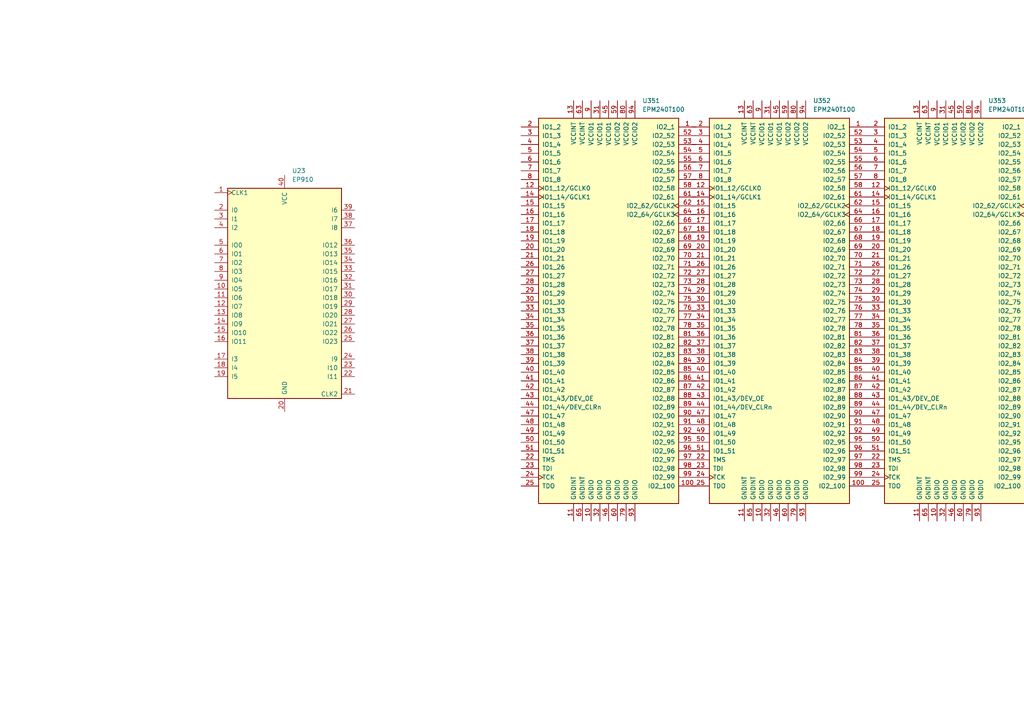
<source format=kicad_sch>
(kicad_sch (version 20250114) (generator "eeschema") (generator_version "9.0")
  (paper "A4")
  (lib_symbols
    (symbol "CPLD_Altera:EP910" (pin_names (offset 1.016))
      (property "Reference" "U" (at -2.54 32.385 0))
      (property "Value" "EP910" (at -2.54 30.48 0))
      (symbol "EP910_0_1"
        (rectangle (start -16.51 -31.75) (end 16.51 29.21) (stroke (width 0.254)) (fill (type background)))
      )
      (symbol "EP910_1_1"
        (pin input clock (at -20.32 27.94 0) (length 3.81) (name "CLK1") (number "1"))
        (pin input line (at -20.32 22.86 0) (length 3.81) (name "I0") (number "2"))
        (pin input line (at -20.32 20.32 0) (length 3.81) (name "I1") (number "3"))
        (pin input line (at -20.32 17.78 0) (length 3.81) (name "I2") (number "4"))
        (pin input line (at -20.32 12.7 0) (length 3.81) (name "IO0") (number "5"))
        (pin input line (at -20.32 10.16 0) (length 3.81) (name "IO1") (number "6"))
        (pin input line (at -20.32 7.62 0) (length 3.81) (name "IO2") (number "7"))
        (pin input line (at -20.32 5.08 0) (length 3.81) (name "IO3") (number "8"))
        (pin input line (at -20.32 2.54 0) (length 3.81) (name "IO4") (number "9"))
        (pin input line (at -20.32 0 0) (length 3.81) (name "IO5") (number "10"))
        (pin input line (at -20.32 -2.54 0) (length 3.81) (name "IO6") (number "11"))
        (pin input line (at -20.32 -5.08 0) (length 3.81) (name "IO7") (number "12"))
        (pin input line (at -20.32 -7.62 0) (length 3.81) (name "IO8") (number "13"))
        (pin input line (at -20.32 -10.16 0) (length 3.81) (name "IO9") (number "14"))
        (pin input line (at -20.32 -12.7 0) (length 3.81) (name "IO10") (number "15"))
        (pin input line (at -20.32 -15.24 0) (length 3.81) (name "IO11") (number "16"))
        (pin input line (at -20.32 -20.32 0) (length 3.81) (name "I3") (number "17"))
        (pin input line (at -20.32 -22.86 0) (length 3.81) (name "I4") (number "18"))
        (pin input line (at -20.32 -25.4 0) (length 3.81) (name "I5") (number "19"))
        (pin power_in line (at 0 33.02 270) (length 3.81) (name "VCC") (number "40"))
        (pin power_in line (at 0 -35.56 90) (length 3.81) (name "GND") (number "20"))
        (pin input line (at 20.32 22.86 180) (length 3.81) (name "I6") (number "39"))
        (pin input line (at 20.32 20.32 180) (length 3.81) (name "I7") (number "38"))
        (pin input line (at 20.32 17.78 180) (length 3.81) (name "I8") (number "37"))
        (pin input line (at 20.32 12.7 180) (length 3.81) (name "IO12") (number "36"))
        (pin input line (at 20.32 10.16 180) (length 3.81) (name "IO13") (number "35"))
        (pin input line (at 20.32 7.62 180) (length 3.81) (name "IO14") (number "34"))
        (pin input line (at 20.32 5.08 180) (length 3.81) (name "IO15") (number "33"))
        (pin input line (at 20.32 2.54 180) (length 3.81) (name "IO16") (number "32"))
        (pin input line (at 20.32 0 180) (length 3.81) (name "IO17") (number "31"))
        (pin input line (at 20.32 -2.54 180) (length 3.81) (name "IO18") (number "30"))
        (pin input line (at 20.32 -5.08 180) (length 3.81) (name "IO19") (number "29"))
        (pin input line (at 20.32 -7.62 180) (length 3.81) (name "IO20") (number "28"))
        (pin input line (at 20.32 -10.16 180) (length 3.81) (name "IO21") (number "27"))
        (pin input line (at 20.32 -12.7 180) (length 3.81) (name "IO22") (number "26"))
        (pin input line (at 20.32 -15.24 180) (length 3.81) (name "IO23") (number "25"))
        (pin input line (at 20.32 -20.32 180) (length 3.81) (name "I9") (number "24"))
        (pin input line (at 20.32 -22.86 180) (length 3.81) (name "I10") (number "23"))
        (pin input line (at 20.32 -25.4 180) (length 3.81) (name "I11") (number "22"))
        (pin input line (at 20.32 -30.48 180) (length 3.81) (name "CLK2") (number "21"))
      )
    )
    (symbol "CPLD_Altera:EPM240T100" (pin_names (offset 1.016))
      (property "Reference" "U" (at 10.16 57.15 0))
      (property "Value" "EPM240T100" (at 10.16 -57.15 0))
      (symbol "EPM240T100_1_1"
        (rectangle (start -20.32 55.88) (end 20.32 -55.88) (stroke (width 0.254)) (fill (type background)))
        (pin bidirectional line (at -25.4 53.34 0) (length 5.08) (name "IO1_2") (number "2"))
        (pin bidirectional line (at -25.4 50.8 0) (length 5.08) (name "IO1_3") (number "3"))
        (pin bidirectional line (at -25.4 48.26 0) (length 5.08) (name "IO1_4") (number "4"))
        (pin bidirectional line (at -25.4 45.72 0) (length 5.08) (name "IO1_5") (number "5"))
        (pin bidirectional line (at -25.4 43.18 0) (length 5.08) (name "IO1_6") (number "6"))
        (pin bidirectional line (at -25.4 40.64 0) (length 5.08) (name "IO1_7") (number "7"))
        (pin bidirectional line (at -25.4 38.1 0) (length 5.08) (name "IO1_8") (number "8"))
        (pin bidirectional clock (at -25.4 35.56 0) (length 5.08) (name "IO1_12/GCLK0") (number "12"))
        (pin bidirectional clock (at -25.4 33.02 0) (length 5.08) (name "IO1_14/GCLK1") (number "14"))
        (pin bidirectional line (at -25.4 30.48 0) (length 5.08) (name "IO1_15") (number "15"))
        (pin bidirectional line (at -25.4 27.94 0) (length 5.08) (name "IO1_16") (number "16"))
        (pin bidirectional line (at -25.4 25.4 0) (length 5.08) (name "IO1_17") (number "17"))
        (pin bidirectional line (at -25.4 22.86 0) (length 5.08) (name "IO1_18") (number "18"))
        (pin bidirectional line (at -25.4 20.32 0) (length 5.08) (name "IO1_19") (number "19"))
        (pin bidirectional line (at -25.4 17.78 0) (length 5.08) (name "IO1_20") (number "20"))
        (pin bidirectional line (at -25.4 15.24 0) (length 5.08) (name "IO1_21") (number "21"))
        (pin bidirectional line (at -25.4 12.7 0) (length 5.08) (name "IO1_26") (number "26"))
        (pin bidirectional line (at -25.4 10.16 0) (length 5.08) (name "IO1_27") (number "27"))
        (pin bidirectional line (at -25.4 7.62 0) (length 5.08) (name "IO1_28") (number "28"))
        (pin bidirectional line (at -25.4 5.08 0) (length 5.08) (name "IO1_29") (number "29"))
        (pin bidirectional line (at -25.4 2.54 0) (length 5.08) (name "IO1_30") (number "30"))
        (pin bidirectional line (at -25.4 0 0) (length 5.08) (name "IO1_33") (number "33"))
        (pin bidirectional line (at -25.4 -2.54 0) (length 5.08) (name "IO1_34") (number "34"))
        (pin bidirectional line (at -25.4 -5.08 0) (length 5.08) (name "IO1_35") (number "35"))
        (pin bidirectional line (at -25.4 -7.62 0) (length 5.08) (name "IO1_36") (number "36"))
        (pin bidirectional line (at -25.4 -10.16 0) (length 5.08) (name "IO1_37") (number "37"))
        (pin bidirectional line (at -25.4 -12.7 0) (length 5.08) (name "IO1_38") (number "38"))
        (pin bidirectional line (at -25.4 -15.24 0) (length 5.08) (name "IO1_39") (number "39"))
        (pin bidirectional line (at -25.4 -17.78 0) (length 5.08) (name "IO1_40") (number "40"))
        (pin bidirectional line (at -25.4 -20.32 0) (length 5.08) (name "IO1_41") (number "41"))
        (pin bidirectional line (at -25.4 -22.86 0) (length 5.08) (name "IO1_42") (number "42"))
        (pin bidirectional line (at -25.4 -25.4 0) (length 5.08) (name "IO1_43/DEV_OE") (number "43"))
        (pin bidirectional line (at -25.4 -27.94 0) (length 5.08) (name "IO1_44/DEV_CLRn") (number "44"))
        (pin bidirectional line (at -25.4 -30.48 0) (length 5.08) (name "IO1_47") (number "47"))
        (pin bidirectional line (at -25.4 -33.02 0) (length 5.08) (name "IO1_48") (number "48"))
        (pin bidirectional line (at -25.4 -35.56 0) (length 5.08) (name "IO1_49") (number "49"))
        (pin bidirectional line (at -25.4 -38.1 0) (length 5.08) (name "IO1_50") (number "50"))
        (pin bidirectional line (at -25.4 -40.64 0) (length 5.08) (name "IO1_51") (number "51"))
        (pin input line (at -25.4 -43.18 0) (length 5.08) (name "TMS") (number "22"))
        (pin input line (at -25.4 -45.72 0) (length 5.08) (name "TDI") (number "23"))
        (pin input clock (at -25.4 -48.26 0) (length 5.08) (name "TCK") (number "24"))
        (pin output line (at -25.4 -50.8 0) (length 5.08) (name "TDO") (number "25"))
        (pin power_in line (at -10.16 60.96 270) (length 5.08) (name "VCCINT") (number "13"))
        (pin power_in line (at -10.16 -60.96 90) (length 5.08) (name "GNDINT") (number "11"))
        (pin power_in line (at -7.62 60.96 270) (length 5.08) (name "VCCINT") (number "63"))
        (pin power_in line (at -7.62 -60.96 90) (length 5.08) (name "GNDINT") (number "65"))
        (pin power_in line (at -5.08 60.96 270) (length 5.08) (name "VCCIO1") (number "9"))
        (pin power_in line (at -5.08 -60.96 90) (length 5.08) (name "GNDIO") (number "10"))
        (pin power_in line (at -2.54 60.96 270) (length 5.08) (name "VCCIO1") (number "31"))
        (pin power_in line (at -2.54 -60.96 90) (length 5.08) (name "GNDIO") (number "32"))
        (pin power_in line (at 0 60.96 270) (length 5.08) (name "VCCIO1") (number "45"))
        (pin power_in line (at 0 -60.96 90) (length 5.08) (name "GNDIO") (number "46"))
        (pin power_in line (at 2.54 60.96 270) (length 5.08) (name "VCCIO2") (number "59"))
        (pin power_in line (at 2.54 -60.96 90) (length 5.08) (name "GNDIO") (number "60"))
        (pin power_in line (at 5.08 60.96 270) (length 5.08) (name "VCCIO2") (number "80"))
        (pin power_in line (at 5.08 -60.96 90) (length 5.08) (name "GNDIO") (number "79"))
        (pin power_in line (at 7.62 60.96 270) (length 5.08) (name "VCCIO2") (number "94"))
        (pin power_in line (at 7.62 -60.96 90) (length 5.08) (name "GNDIO") (number "93"))
        (pin bidirectional line (at 25.4 53.34 180) (length 5.08) (name "IO2_1") (number "1"))
        (pin bidirectional line (at 25.4 50.8 180) (length 5.08) (name "IO2_52") (number "52"))
        (pin bidirectional line (at 25.4 48.26 180) (length 5.08) (name "IO2_53") (number "53"))
        (pin bidirectional line (at 25.4 45.72 180) (length 5.08) (name "IO2_54") (number "54"))
        (pin bidirectional line (at 25.4 43.18 180) (length 5.08) (name "IO2_55") (number "55"))
        (pin bidirectional line (at 25.4 40.64 180) (length 5.08) (name "IO2_56") (number "56"))
        (pin bidirectional line (at 25.4 38.1 180) (length 5.08) (name "IO2_57") (number "57"))
        (pin bidirectional line (at 25.4 35.56 180) (length 5.08) (name "IO2_58") (number "58"))
        (pin bidirectional line (at 25.4 33.02 180) (length 5.08) (name "IO2_61") (number "61"))
        (pin bidirectional clock (at 25.4 30.48 180) (length 5.08) (name "IO2_62/GCLK2") (number "62"))
        (pin bidirectional clock (at 25.4 27.94 180) (length 5.08) (name "IO2_64/GCLK3") (number "64"))
        (pin bidirectional line (at 25.4 25.4 180) (length 5.08) (name "IO2_66") (number "66"))
        (pin bidirectional line (at 25.4 22.86 180) (length 5.08) (name "IO2_67") (number "67"))
        (pin bidirectional line (at 25.4 20.32 180) (length 5.08) (name "IO2_68") (number "68"))
        (pin bidirectional line (at 25.4 17.78 180) (length 5.08) (name "IO2_69") (number "69"))
        (pin bidirectional line (at 25.4 15.24 180) (length 5.08) (name "IO2_70") (number "70"))
        (pin bidirectional line (at 25.4 12.7 180) (length 5.08) (name "IO2_71") (number "71"))
        (pin bidirectional line (at 25.4 10.16 180) (length 5.08) (name "IO2_72") (number "72"))
        (pin bidirectional line (at 25.4 7.62 180) (length 5.08) (name "IO2_73") (number "73"))
        (pin bidirectional line (at 25.4 5.08 180) (length 5.08) (name "IO2_74") (number "74"))
        (pin bidirectional line (at 25.4 2.54 180) (length 5.08) (name "IO2_75") (number "75"))
        (pin bidirectional line (at 25.4 0 180) (length 5.08) (name "IO2_76") (number "76"))
        (pin bidirectional line (at 25.4 -2.54 180) (length 5.08) (name "IO2_77") (number "77"))
        (pin bidirectional line (at 25.4 -5.08 180) (length 5.08) (name "IO2_78") (number "78"))
        (pin bidirectional line (at 25.4 -7.62 180) (length 5.08) (name "IO2_81") (number "81"))
        (pin bidirectional line (at 25.4 -10.16 180) (length 5.08) (name "IO2_82") (number "82"))
        (pin bidirectional line (at 25.4 -12.7 180) (length 5.08) (name "IO2_83") (number "83"))
        (pin bidirectional line (at 25.4 -15.24 180) (length 5.08) (name "IO2_84") (number "84"))
        (pin bidirectional line (at 25.4 -17.78 180) (length 5.08) (name "IO2_85") (number "85"))
        (pin bidirectional line (at 25.4 -20.32 180) (length 5.08) (name "IO2_86") (number "86"))
        (pin bidirectional line (at 25.4 -22.86 180) (length 5.08) (name "IO2_87") (number "87"))
        (pin bidirectional line (at 25.4 -25.4 180) (length 5.08) (name "IO2_88") (number "88"))
        (pin bidirectional line (at 25.4 -27.94 180) (length 5.08) (name "IO2_89") (number "89"))
        (pin bidirectional line (at 25.4 -30.48 180) (length 5.08) (name "IO2_90") (number "90"))
        (pin bidirectional line (at 25.4 -33.02 180) (length 5.08) (name "IO2_91") (number "91"))
        (pin bidirectional line (at 25.4 -35.56 180) (length 5.08) (name "IO2_92") (number "92"))
        (pin bidirectional line (at 25.4 -38.1 180) (length 5.08) (name "IO2_95") (number "95"))
        (pin bidirectional line (at 25.4 -40.64 180) (length 5.08) (name "IO2_96") (number "96"))
        (pin bidirectional line (at 25.4 -43.18 180) (length 5.08) (name "IO2_97") (number "97"))
        (pin bidirectional line (at 25.4 -45.72 180) (length 5.08) (name "IO2_98") (number "98"))
        (pin bidirectional line (at 25.4 -48.26 180) (length 5.08) (name "IO2_99") (number "99"))
        (pin bidirectional line (at 25.4 -50.8 180) (length 5.08) (name "IO2_100") (number "100"))
      )
    )
  )
  (symbol (lib_id "CPLD_Altera:EPM240T100") (at 176.53 90.17 0) (unit 1)
    (property "Reference" "U351" (at 186.2933 29.21 0) (effects (justify left)))
    (property "Value" "EPM240T100" (at 186.2933 31.75 0) (effects (justify left)))
    (property "Footprint" "Package_QFP:LQFP-100_14x14mm_P0.5mm" (effects (hide yes)))
    (property "Datasheet" "https://www.altera.com/content/dam/altera-www/global/en_US/pdfs/literature/hb/max2/max2_mii5v1.pdf" (effects (hide yes)))
    (property "Description" "Altera MAX2 CPLD with 240 LE" (effects (hide yes)))
  )
  (symbol (lib_id "CPLD_Altera:EPM240T100") (at 226.06 90.17 0) (unit 1)
    (property "Reference" "U352" (at 235.8233 29.21 0) (effects (justify left)))
    (property "Value" "EPM240T100" (at 235.8233 31.75 0) (effects (justify left)))
    (property "Footprint" "Package_QFP:LQFP-100_14x14mm_P0.5mm" (effects (hide yes)))
    (property "Datasheet" "https://www.altera.com/content/dam/altera-www/global/en_US/pdfs/literature/hb/max2/max2_mii5v1.pdf" (effects (hide yes)))
    (property "Description" "Altera MAX2 CPLD with 240 LE" (effects (hide yes)))
  )
  (symbol (lib_id "CPLD_Altera:EPM240T100") (at 276.86 90.17 0) (unit 1)
    (property "Reference" "U353" (at 286.6233 29.21 0) (effects (justify left)))
    (property "Value" "EPM240T100" (at 286.6233 31.75 0) (effects (justify left)))
    (property "Footprint" "Package_QFP:LQFP-100_14x14mm_P0.5mm" (effects (hide yes)))
    (property "Datasheet" "https://www.altera.com/content/dam/altera-www/global/en_US/pdfs/literature/hb/max2/max2_mii5v1.pdf" (effects (hide yes)))
    (property "Description" "Altera MAX2 CPLD with 240 LE" (effects (hide yes)))
  )
  (symbol (lib_id "CPLD_Altera:EPM240T100") (at 378.46 90.17 0) (unit 1)
    (property "Reference" "U355" (at 388.2233 29.21 0) (effects (justify left)))
    (property "Value" "EPM240T100" (at 388.2233 31.75 0) (effects (justify left)))
    (property "Footprint" "Package_QFP:LQFP-100_14x14mm_P0.5mm" (effects (hide yes)))
    (property "Datasheet" "https://www.altera.com/content/dam/altera-www/global/en_US/pdfs/literature/hb/max2/max2_mii5v1.pdf" (effects (hide yes)))
    (property "Description" "Altera MAX2 CPLD with 240 LE" (effects (hide yes)))
  )
  (symbol (lib_id "CPLD_Altera:EP910") (at 82.55 83.82 0) (unit 1)
    (property "Reference" "U23" (at 84.6933 49.53 0) (effects (justify left)))
    (property "Value" "EP910" (at 84.6933 52.07 0) (effects (justify left)))
    (property "Description" "EPLD" (effects (hide yes)))
  )
  (symbol (lib_id "CPLD_Altera:EPM240T100") (at 327.66 90.17 0) (unit 1)
    (property "Reference" "U354" (at 337.4233 29.21 0) (effects (justify left)))
    (property "Value" "EPM240T100" (at 337.4233 31.75 0) (effects (justify left)))
    (property "Footprint" "Package_QFP:LQFP-100_14x14mm_P0.5mm" (effects (hide yes)))
    (property "Datasheet" "https://www.altera.com/content/dam/altera-www/global/en_US/pdfs/literature/hb/max2/max2_mii5v1.pdf" (effects (hide yes)))
    (property "Description" "Altera MAX2 CPLD with 240 LE" (effects (hide yes)))
  )
)
</source>
